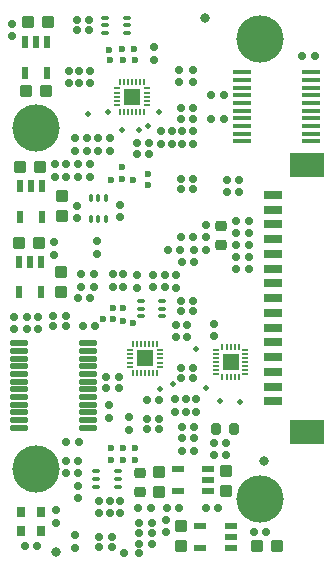
<source format=gbr>
G04*
G04 #@! TF.GenerationSoftware,Altium Limited,Altium Designer,24.9.1 (31)*
G04*
G04 Layer_Color=255*
%FSLAX44Y44*%
%MOMM*%
G71*
G04*
G04 #@! TF.SameCoordinates,B0B6A01D-2D76-4B53-9768-4341F4B449A0*
G04*
G04*
G04 #@! TF.FilePolarity,Positive*
G04*
G01*
G75*
G04:AMPARAMS|DCode=13|XSize=0.65mm|YSize=0.6mm|CornerRadius=0.15mm|HoleSize=0mm|Usage=FLASHONLY|Rotation=180.000|XOffset=0mm|YOffset=0mm|HoleType=Round|Shape=RoundedRectangle|*
%AMROUNDEDRECTD13*
21,1,0.6500,0.3000,0,0,180.0*
21,1,0.3500,0.6000,0,0,180.0*
1,1,0.3000,-0.1750,0.1500*
1,1,0.3000,0.1750,0.1500*
1,1,0.3000,0.1750,-0.1500*
1,1,0.3000,-0.1750,-0.1500*
%
%ADD13ROUNDEDRECTD13*%
G04:AMPARAMS|DCode=14|XSize=0.65mm|YSize=0.6mm|CornerRadius=0.15mm|HoleSize=0mm|Usage=FLASHONLY|Rotation=90.000|XOffset=0mm|YOffset=0mm|HoleType=Round|Shape=RoundedRectangle|*
%AMROUNDEDRECTD14*
21,1,0.6500,0.3000,0,0,90.0*
21,1,0.3500,0.6000,0,0,90.0*
1,1,0.3000,0.1500,0.1750*
1,1,0.3000,0.1500,-0.1750*
1,1,0.3000,-0.1500,-0.1750*
1,1,0.3000,-0.1500,0.1750*
%
%ADD14ROUNDEDRECTD14*%
%ADD15R,1.4478X1.4478*%
%ADD16R,0.1778X0.6096*%
%ADD17R,0.6096X0.1778*%
%ADD18R,1.4478X1.4478*%
G04:AMPARAMS|DCode=19|XSize=1.1mm|YSize=1mm|CornerRadius=0.25mm|HoleSize=0mm|Usage=FLASHONLY|Rotation=180.000|XOffset=0mm|YOffset=0mm|HoleType=Round|Shape=RoundedRectangle|*
%AMROUNDEDRECTD19*
21,1,1.1000,0.5000,0,0,180.0*
21,1,0.6000,1.0000,0,0,180.0*
1,1,0.5000,-0.3000,0.2500*
1,1,0.5000,0.3000,0.2500*
1,1,0.5000,0.3000,-0.2500*
1,1,0.5000,-0.3000,-0.2500*
%
%ADD19ROUNDEDRECTD19*%
G04:AMPARAMS|DCode=20|XSize=0.95mm|YSize=0.85mm|CornerRadius=0.2125mm|HoleSize=0mm|Usage=FLASHONLY|Rotation=180.000|XOffset=0mm|YOffset=0mm|HoleType=Round|Shape=RoundedRectangle|*
%AMROUNDEDRECTD20*
21,1,0.9500,0.4250,0,0,180.0*
21,1,0.5250,0.8500,0,0,180.0*
1,1,0.4250,-0.2625,0.2125*
1,1,0.4250,0.2625,0.2125*
1,1,0.4250,0.2625,-0.2125*
1,1,0.4250,-0.2625,-0.2125*
%
%ADD20ROUNDEDRECTD20*%
G04:AMPARAMS|DCode=21|XSize=1.1mm|YSize=1mm|CornerRadius=0.25mm|HoleSize=0mm|Usage=FLASHONLY|Rotation=90.000|XOffset=0mm|YOffset=0mm|HoleType=Round|Shape=RoundedRectangle|*
%AMROUNDEDRECTD21*
21,1,1.1000,0.5000,0,0,90.0*
21,1,0.6000,1.0000,0,0,90.0*
1,1,0.5000,0.2500,0.3000*
1,1,0.5000,0.2500,-0.3000*
1,1,0.5000,-0.2500,-0.3000*
1,1,0.5000,-0.2500,0.3000*
%
%ADD21ROUNDEDRECTD21*%
%ADD22R,1.1000X0.6000*%
%ADD23R,0.6000X1.1000*%
G04:AMPARAMS|DCode=24|XSize=1.5mm|YSize=0.4mm|CornerRadius=0.1mm|HoleSize=0mm|Usage=FLASHONLY|Rotation=0.000|XOffset=0mm|YOffset=0mm|HoleType=Round|Shape=RoundedRectangle|*
%AMROUNDEDRECTD24*
21,1,1.5000,0.2000,0,0,0.0*
21,1,1.3000,0.4000,0,0,0.0*
1,1,0.2000,0.6500,-0.1000*
1,1,0.2000,-0.6500,-0.1000*
1,1,0.2000,-0.6500,0.1000*
1,1,0.2000,0.6500,0.1000*
%
%ADD24ROUNDEDRECTD24*%
G04:AMPARAMS|DCode=25|XSize=0.95mm|YSize=0.85mm|CornerRadius=0.2125mm|HoleSize=0mm|Usage=FLASHONLY|Rotation=270.000|XOffset=0mm|YOffset=0mm|HoleType=Round|Shape=RoundedRectangle|*
%AMROUNDEDRECTD25*
21,1,0.9500,0.4250,0,0,270.0*
21,1,0.5250,0.8500,0,0,270.0*
1,1,0.4250,-0.2125,-0.2625*
1,1,0.4250,-0.2125,0.2625*
1,1,0.4250,0.2125,0.2625*
1,1,0.4250,0.2125,-0.2625*
%
%ADD25ROUNDEDRECTD25*%
G04:AMPARAMS|DCode=26|XSize=0.3mm|YSize=0.66mm|CornerRadius=0.075mm|HoleSize=0mm|Usage=FLASHONLY|Rotation=0.000|XOffset=0mm|YOffset=0mm|HoleType=Round|Shape=RoundedRectangle|*
%AMROUNDEDRECTD26*
21,1,0.3000,0.5100,0,0,0.0*
21,1,0.1500,0.6600,0,0,0.0*
1,1,0.1500,0.0750,-0.2550*
1,1,0.1500,-0.0750,-0.2550*
1,1,0.1500,-0.0750,0.2550*
1,1,0.1500,0.0750,0.2550*
%
%ADD26ROUNDEDRECTD26*%
G04:AMPARAMS|DCode=27|XSize=1.5mm|YSize=0.45mm|CornerRadius=0.1125mm|HoleSize=0mm|Usage=FLASHONLY|Rotation=0.000|XOffset=0mm|YOffset=0mm|HoleType=Round|Shape=RoundedRectangle|*
%AMROUNDEDRECTD27*
21,1,1.5000,0.2250,0,0,0.0*
21,1,1.2750,0.4500,0,0,0.0*
1,1,0.2250,0.6375,-0.1125*
1,1,0.2250,-0.6375,-0.1125*
1,1,0.2250,-0.6375,0.1125*
1,1,0.2250,0.6375,0.1125*
%
%ADD27ROUNDEDRECTD27*%
G04:AMPARAMS|DCode=28|XSize=0.3mm|YSize=0.66mm|CornerRadius=0.075mm|HoleSize=0mm|Usage=FLASHONLY|Rotation=90.000|XOffset=0mm|YOffset=0mm|HoleType=Round|Shape=RoundedRectangle|*
%AMROUNDEDRECTD28*
21,1,0.3000,0.5100,0,0,90.0*
21,1,0.1500,0.6600,0,0,90.0*
1,1,0.1500,0.2550,0.0750*
1,1,0.1500,0.2550,-0.0750*
1,1,0.1500,-0.2550,-0.0750*
1,1,0.1500,-0.2550,0.0750*
%
%ADD28ROUNDEDRECTD28*%
%ADD29R,1.6000X0.8000*%
%ADD30R,3.0000X2.1000*%
%ADD31R,0.6500X0.8500*%
%ADD32C,0.7000*%
%ADD37C,0.5000*%
%ADD38C,0.8000*%
%ADD47C,0.6000*%
%ADD56C,4.0000*%
D13*
X112750Y21000D02*
D03*
X123250D02*
D03*
X112750Y30000D02*
D03*
X123250D02*
D03*
X112750Y12000D02*
D03*
X123250D02*
D03*
X75250Y196000D02*
D03*
X64750D02*
D03*
X147750Y161000D02*
D03*
X158250D02*
D03*
X147750Y152000D02*
D03*
X158250D02*
D03*
X84750Y144000D02*
D03*
X95250D02*
D03*
Y153000D02*
D03*
X84750D02*
D03*
X159250Y111000D02*
D03*
X148750D02*
D03*
X158250Y381000D02*
D03*
X147750D02*
D03*
X158250Y209000D02*
D03*
X147750D02*
D03*
X50750Y98000D02*
D03*
X61250D02*
D03*
X50250Y205000D02*
D03*
X39750D02*
D03*
X158750Y261000D02*
D03*
X169250D02*
D03*
X158250Y272000D02*
D03*
X147750D02*
D03*
X158250Y321000D02*
D03*
X147750D02*
D03*
Y372000D02*
D03*
X158250D02*
D03*
X168750Y42000D02*
D03*
X179250D02*
D03*
X159250Y91000D02*
D03*
X148750D02*
D03*
X158250Y218000D02*
D03*
X147750D02*
D03*
X111750Y42000D02*
D03*
X122250D02*
D03*
X159250Y102000D02*
D03*
X148750D02*
D03*
X209750Y22000D02*
D03*
X220250D02*
D03*
X175750Y87000D02*
D03*
X186250D02*
D03*
X175750Y97000D02*
D03*
X186250D02*
D03*
X129250Y109000D02*
D03*
X118750D02*
D03*
Y134000D02*
D03*
X129250D02*
D03*
X118750Y118000D02*
D03*
X129250D02*
D03*
X26000Y10000D02*
D03*
X15500D02*
D03*
X17250Y204000D02*
D03*
X6750D02*
D03*
X17250Y194000D02*
D03*
X6750D02*
D03*
X194750Y265000D02*
D03*
X205250D02*
D03*
X194750Y275000D02*
D03*
X205250D02*
D03*
X136750Y261000D02*
D03*
X147250D02*
D03*
X78750Y18000D02*
D03*
X89250D02*
D03*
X39750Y196000D02*
D03*
X50250D02*
D03*
X60750Y220000D02*
D03*
X71250D02*
D03*
X148750Y251000D02*
D03*
X159250D02*
D03*
X59796Y446864D02*
D03*
X70296D02*
D03*
X173750Y392000D02*
D03*
X184250D02*
D03*
X173750Y372000D02*
D03*
X184250D02*
D03*
X134550Y239300D02*
D03*
X124050D02*
D03*
X134550Y229300D02*
D03*
X124050D02*
D03*
X121075Y351265D02*
D03*
X110575D02*
D03*
X121075Y342266D02*
D03*
X110575D02*
D03*
X147750Y312000D02*
D03*
X158250D02*
D03*
X146250Y42000D02*
D03*
X135750D02*
D03*
X78750Y9000D02*
D03*
X89250D02*
D03*
X59796Y455864D02*
D03*
X70296D02*
D03*
X250750Y425000D02*
D03*
X261250D02*
D03*
X194750Y285000D02*
D03*
X205250D02*
D03*
X194750Y245000D02*
D03*
X205250D02*
D03*
X194750Y255000D02*
D03*
X205250D02*
D03*
D14*
X87000Y129250D02*
D03*
Y118750D02*
D03*
X135000Y32250D02*
D03*
Y21750D02*
D03*
X99000Y229750D02*
D03*
Y240250D02*
D03*
X143000Y123750D02*
D03*
Y134250D02*
D03*
X152000Y123750D02*
D03*
Y134250D02*
D03*
X149000Y361250D02*
D03*
Y350750D02*
D03*
X90000Y240250D02*
D03*
Y229750D02*
D03*
X104000Y119250D02*
D03*
Y108750D02*
D03*
X74000Y229750D02*
D03*
Y240250D02*
D03*
X87500Y48250D02*
D03*
Y37750D02*
D03*
X96500D02*
D03*
Y48250D02*
D03*
X58000Y19250D02*
D03*
Y8750D02*
D03*
X61000Y82250D02*
D03*
Y71750D02*
D03*
X51000D02*
D03*
Y82250D02*
D03*
X144000Y228750D02*
D03*
Y239250D02*
D03*
X78000Y344750D02*
D03*
Y355250D02*
D03*
X61000Y322750D02*
D03*
Y333250D02*
D03*
X53000Y401750D02*
D03*
Y412250D02*
D03*
X71000Y401750D02*
D03*
Y412250D02*
D03*
X63000Y240250D02*
D03*
Y229750D02*
D03*
X71000Y333250D02*
D03*
Y322750D02*
D03*
X146000Y413250D02*
D03*
Y402750D02*
D03*
X140000Y361250D02*
D03*
Y350750D02*
D03*
X88000Y344750D02*
D03*
Y355250D02*
D03*
X58000D02*
D03*
Y344750D02*
D03*
X169000Y271750D02*
D03*
Y282250D02*
D03*
X41000Y322750D02*
D03*
Y333250D02*
D03*
X40000Y256750D02*
D03*
Y267250D02*
D03*
X5000Y441750D02*
D03*
Y452250D02*
D03*
X61000Y61250D02*
D03*
Y50750D02*
D03*
X68000Y344750D02*
D03*
Y355250D02*
D03*
X111000Y239250D02*
D03*
Y228750D02*
D03*
X27000Y204250D02*
D03*
Y193750D02*
D03*
X96000Y288750D02*
D03*
Y299250D02*
D03*
X125000Y432250D02*
D03*
Y421750D02*
D03*
X51000Y333250D02*
D03*
Y322750D02*
D03*
X62000Y412250D02*
D03*
Y401750D02*
D03*
X144000Y197250D02*
D03*
Y186750D02*
D03*
X158000Y413250D02*
D03*
Y402750D02*
D03*
X197000Y309750D02*
D03*
Y320250D02*
D03*
X187000Y309750D02*
D03*
Y320250D02*
D03*
X77000Y268250D02*
D03*
Y257750D02*
D03*
X131000Y361250D02*
D03*
Y350750D02*
D03*
X158000D02*
D03*
Y361250D02*
D03*
X78500Y48250D02*
D03*
Y37750D02*
D03*
X161000Y123750D02*
D03*
Y134250D02*
D03*
X153000Y186750D02*
D03*
Y197250D02*
D03*
X176000Y198250D02*
D03*
Y187750D02*
D03*
X42000Y40250D02*
D03*
Y29750D02*
D03*
X60000Y287750D02*
D03*
Y298250D02*
D03*
D15*
X117500Y169000D02*
D03*
X106500Y390500D02*
D03*
D16*
X107000Y181500D02*
D03*
X110500D02*
D03*
X114000D02*
D03*
X117500D02*
D03*
X121000D02*
D03*
X124500D02*
D03*
X128000D02*
D03*
Y156500D02*
D03*
X124500D02*
D03*
X121000D02*
D03*
X117500D02*
D03*
X114000D02*
D03*
X110500D02*
D03*
X107000D02*
D03*
X183000Y153500D02*
D03*
X186500D02*
D03*
X190000D02*
D03*
X193500D02*
D03*
X197000D02*
D03*
Y178500D02*
D03*
X193500D02*
D03*
X190000D02*
D03*
X186500D02*
D03*
X183000D02*
D03*
X96000Y403000D02*
D03*
X99500D02*
D03*
X103000D02*
D03*
X106500D02*
D03*
X110000D02*
D03*
X113500D02*
D03*
X117000D02*
D03*
Y378000D02*
D03*
X113500D02*
D03*
X110000D02*
D03*
X106500D02*
D03*
X103000D02*
D03*
X99500D02*
D03*
X96000D02*
D03*
D17*
X130000Y176000D02*
D03*
Y172500D02*
D03*
Y169000D02*
D03*
Y165500D02*
D03*
Y162000D02*
D03*
X105000D02*
D03*
Y165500D02*
D03*
Y169000D02*
D03*
Y172500D02*
D03*
Y176000D02*
D03*
X202500Y155500D02*
D03*
Y159000D02*
D03*
Y162500D02*
D03*
Y166000D02*
D03*
Y169500D02*
D03*
Y173000D02*
D03*
Y176500D02*
D03*
X177500D02*
D03*
Y173000D02*
D03*
Y169500D02*
D03*
Y166000D02*
D03*
Y162500D02*
D03*
Y159000D02*
D03*
Y155500D02*
D03*
X119000Y397500D02*
D03*
Y394000D02*
D03*
Y390500D02*
D03*
Y387000D02*
D03*
Y383500D02*
D03*
X94000D02*
D03*
Y387000D02*
D03*
Y390500D02*
D03*
Y394000D02*
D03*
Y397500D02*
D03*
D18*
X190000Y166000D02*
D03*
D19*
X11500Y331000D02*
D03*
X28500D02*
D03*
X27500Y267000D02*
D03*
X10500D02*
D03*
X229500Y10000D02*
D03*
X212500D02*
D03*
X16500Y395000D02*
D03*
X33500D02*
D03*
X18500Y454000D02*
D03*
X35500D02*
D03*
D20*
X182000Y280750D02*
D03*
Y265250D02*
D03*
X113000Y71750D02*
D03*
Y56250D02*
D03*
D21*
X148000Y27500D02*
D03*
Y10500D02*
D03*
X46000Y242000D02*
D03*
Y225000D02*
D03*
X129006Y72502D02*
D03*
Y55502D02*
D03*
X186000Y73500D02*
D03*
Y56500D02*
D03*
X47000Y306500D02*
D03*
Y289500D02*
D03*
D22*
X190005Y8502D02*
D03*
Y18002D02*
D03*
Y27502D02*
D03*
X164005D02*
D03*
Y8502D02*
D03*
X145006Y56502D02*
D03*
Y75502D02*
D03*
X171006D02*
D03*
Y66002D02*
D03*
Y56502D02*
D03*
D23*
X34500Y437000D02*
D03*
X25000D02*
D03*
X15500D02*
D03*
Y411000D02*
D03*
X34500D02*
D03*
X29500Y225000D02*
D03*
X10500D02*
D03*
Y251000D02*
D03*
X20000D02*
D03*
X29500D02*
D03*
X30500Y315000D02*
D03*
X21000D02*
D03*
X11500D02*
D03*
Y289000D02*
D03*
X30500D02*
D03*
D24*
X258000Y411250D02*
D03*
Y404750D02*
D03*
Y398250D02*
D03*
Y391750D02*
D03*
Y385250D02*
D03*
Y378750D02*
D03*
Y372250D02*
D03*
Y365750D02*
D03*
Y359250D02*
D03*
Y352750D02*
D03*
X200000Y352750D02*
D03*
Y359250D02*
D03*
Y365750D02*
D03*
Y372250D02*
D03*
Y378750D02*
D03*
Y385250D02*
D03*
Y391750D02*
D03*
Y398250D02*
D03*
Y404750D02*
D03*
Y411250D02*
D03*
D25*
X192750Y109000D02*
D03*
X177250D02*
D03*
D26*
X71500Y305200D02*
D03*
X78000D02*
D03*
X84500D02*
D03*
X71500Y286800D02*
D03*
X78000D02*
D03*
X84500D02*
D03*
D27*
X11000Y175250D02*
D03*
Y168750D02*
D03*
Y162250D02*
D03*
Y155750D02*
D03*
Y149250D02*
D03*
Y142750D02*
D03*
Y136250D02*
D03*
Y129750D02*
D03*
Y123250D02*
D03*
Y116750D02*
D03*
Y110250D02*
D03*
X69000D02*
D03*
Y116750D02*
D03*
Y123250D02*
D03*
Y129750D02*
D03*
Y136250D02*
D03*
Y142750D02*
D03*
Y149250D02*
D03*
Y155750D02*
D03*
Y162250D02*
D03*
Y168750D02*
D03*
Y175250D02*
D03*
Y181750D02*
D03*
X11000D02*
D03*
D28*
X94200Y73500D02*
D03*
Y67000D02*
D03*
Y60500D02*
D03*
X75800Y73500D02*
D03*
Y67000D02*
D03*
Y60500D02*
D03*
X113800Y204500D02*
D03*
Y211000D02*
D03*
Y217500D02*
D03*
X132200Y204500D02*
D03*
Y211000D02*
D03*
Y217500D02*
D03*
X102400Y457500D02*
D03*
Y451000D02*
D03*
Y444500D02*
D03*
X84000Y457500D02*
D03*
Y451000D02*
D03*
Y444500D02*
D03*
D29*
X226000Y132500D02*
D03*
Y145000D02*
D03*
Y157500D02*
D03*
Y170000D02*
D03*
Y182500D02*
D03*
Y195000D02*
D03*
Y207500D02*
D03*
Y220000D02*
D03*
Y232500D02*
D03*
Y245000D02*
D03*
Y257500D02*
D03*
Y270000D02*
D03*
Y282500D02*
D03*
Y295000D02*
D03*
Y307500D02*
D03*
D30*
X255000Y333000D02*
D03*
Y107000D02*
D03*
D31*
X29250Y23250D02*
D03*
X12750D02*
D03*
Y38750D02*
D03*
X29250D02*
D03*
D32*
X100000Y4000D02*
D03*
X112000D02*
D03*
D37*
X198000Y132000D02*
D03*
X181000Y133000D02*
D03*
X169000Y144000D02*
D03*
X161000Y177000D02*
D03*
X130000Y143000D02*
D03*
X141000Y147000D02*
D03*
X69000Y376000D02*
D03*
X86000Y378000D02*
D03*
X98000Y362000D02*
D03*
X112000D02*
D03*
X120000Y366000D02*
D03*
X129000Y378000D02*
D03*
D38*
X42000Y5000D02*
D03*
X168000Y457000D02*
D03*
X218000Y82000D02*
D03*
D47*
X109000Y83000D02*
D03*
X89000D02*
D03*
Y93000D02*
D03*
X107000Y199000D02*
D03*
X99000Y201000D02*
D03*
Y212000D02*
D03*
X82000Y202000D02*
D03*
X90000D02*
D03*
Y212000D02*
D03*
X108000Y431000D02*
D03*
X109000Y422000D02*
D03*
X107000Y320000D02*
D03*
X98000Y331000D02*
D03*
X89000Y320000D02*
D03*
X98000Y321000D02*
D03*
X120000Y316000D02*
D03*
Y325000D02*
D03*
X87000Y430000D02*
D03*
X88000Y422000D02*
D03*
X98000Y431000D02*
D03*
X99000Y422000D02*
D03*
Y83000D02*
D03*
Y93000D02*
D03*
X109000D02*
D03*
D56*
X215000Y439000D02*
D03*
X25000Y75000D02*
D03*
X215000Y50000D02*
D03*
X25000Y364000D02*
D03*
M02*

</source>
